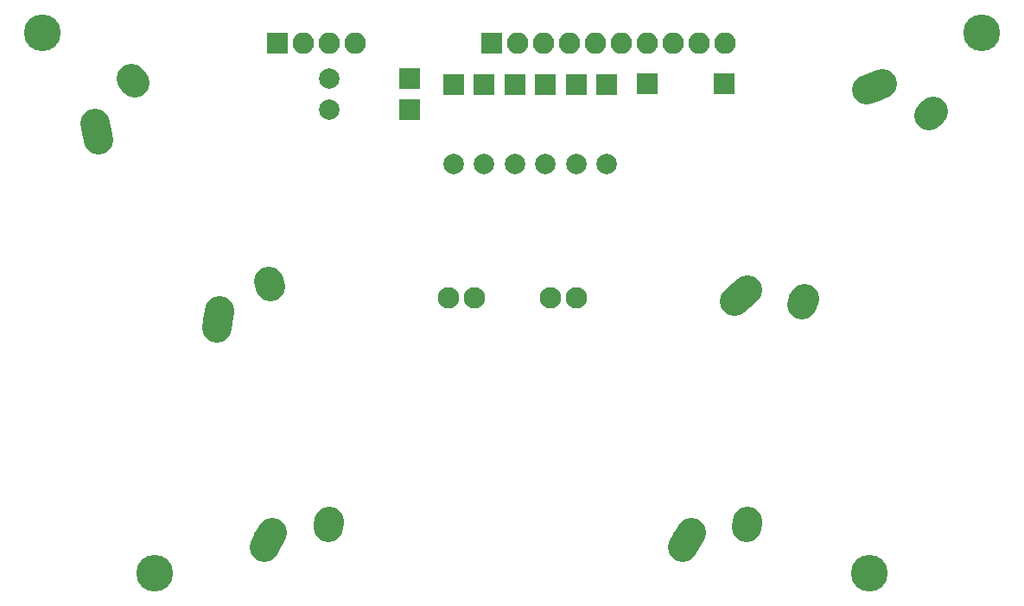
<source format=gbr>
G04 #@! TF.GenerationSoftware,KiCad,Pcbnew,(5.1.2)-2*
G04 #@! TF.CreationDate,2019-07-07T18:02:28+10:00*
G04 #@! TF.ProjectId,Center_Micro,43656e74-6572-45f4-9d69-63726f2e6b69,rev?*
G04 #@! TF.SameCoordinates,Original*
G04 #@! TF.FileFunction,Soldermask,Bot*
G04 #@! TF.FilePolarity,Negative*
%FSLAX46Y46*%
G04 Gerber Fmt 4.6, Leading zero omitted, Abs format (unit mm)*
G04 Created by KiCad (PCBNEW (5.1.2)-2) date 2019-07-07 18:02:28*
%MOMM*%
%LPD*%
G04 APERTURE LIST*
%ADD10C,3.600000*%
%ADD11R,2.000000X2.000000*%
%ADD12C,2.000000*%
%ADD13R,2.100000X2.100000*%
%ADD14O,2.100000X2.100000*%
%ADD15C,2.900000*%
%ADD16C,2.900000*%
%ADD17C,2.100000*%
G04 APERTURE END LIST*
D10*
X115000000Y-87000000D03*
D11*
X144250000Y-39100000D03*
D12*
X144250000Y-46900000D03*
D11*
X150250000Y-39100000D03*
D12*
X150250000Y-46900000D03*
D11*
X156250000Y-39100000D03*
D12*
X156250000Y-46900000D03*
D11*
X147250000Y-39100000D03*
D12*
X147250000Y-46900000D03*
D11*
X153250000Y-39100000D03*
D12*
X153250000Y-46900000D03*
D11*
X159250000Y-39100000D03*
D12*
X159250000Y-46900000D03*
D13*
X148000000Y-35000000D03*
D14*
X150540000Y-35000000D03*
X153080000Y-35000000D03*
X155620000Y-35000000D03*
X158160000Y-35000000D03*
X160700000Y-35000000D03*
X163240000Y-35000000D03*
X165780000Y-35000000D03*
X168320000Y-35000000D03*
X170860000Y-35000000D03*
D15*
X109289703Y-43683726D03*
D16*
X109131093Y-42863929D02*
X109448313Y-44503523D01*
D15*
X112851479Y-38710822D03*
D16*
X112680612Y-38476505D02*
X113022346Y-38945139D01*
D15*
X121181941Y-62091784D03*
D16*
X121313283Y-61267179D02*
X121050599Y-62916389D01*
D15*
X126229749Y-58636982D03*
D16*
X126149328Y-58358356D02*
X126310170Y-58915608D01*
D15*
X126095000Y-83730000D03*
D16*
X126500453Y-83000046D02*
X125689547Y-84459954D01*
D15*
X132020000Y-82210000D03*
D16*
X132039724Y-81920672D02*
X132000276Y-82499328D01*
D15*
X185493534Y-39306343D03*
D16*
X186273334Y-39007786D02*
X184713734Y-39604900D01*
D15*
X191009385Y-41950472D03*
D16*
X191210472Y-41741512D02*
X190808298Y-42159432D01*
D15*
X172418752Y-59762627D03*
D16*
X173049412Y-59215368D02*
X171788092Y-60309886D01*
D15*
X178506302Y-60360763D03*
D16*
X178623793Y-60095629D02*
X178388811Y-60625897D01*
D15*
X167095000Y-83730000D03*
D16*
X167500453Y-83000046D02*
X166689547Y-84459954D01*
D15*
X173020000Y-82210000D03*
D16*
X173039724Y-81920672D02*
X173000276Y-82499328D01*
D10*
X196000000Y-34000000D03*
X185000000Y-87000000D03*
X104000000Y-34000000D03*
D17*
X146270000Y-60000000D03*
X143730000Y-60000000D03*
X156270000Y-60000000D03*
X153730000Y-60000000D03*
D11*
X139900000Y-41500000D03*
D12*
X132100000Y-41500000D03*
D11*
X139900000Y-38500000D03*
D12*
X132100000Y-38500000D03*
D13*
X127000000Y-35000000D03*
D14*
X129540000Y-35000000D03*
X132080000Y-35000000D03*
X134620000Y-35000000D03*
D13*
X163250000Y-39000000D03*
X170750000Y-39000000D03*
M02*

</source>
